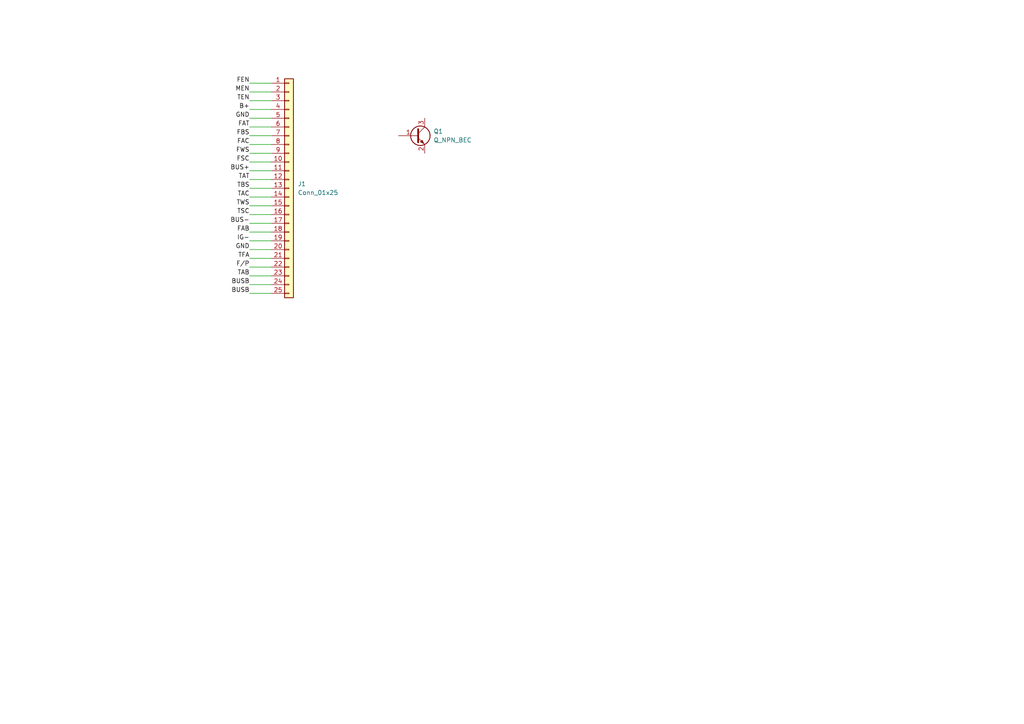
<source format=kicad_sch>
(kicad_sch (version 20231120) (generator "eeschema") (generator_version "8.0")
  (paper "A4")
  (lib_symbols
    (symbol "Connector_Generic:Conn_01x25" (pin_names (offset 1.016) hide)
      (property "Reference" "J" (at 0 33.02 0))
      (property "Value" "Conn_01x25" (at 0 -33.02 0))
      (symbol "Conn_01x25_1_1"
        (rectangle (start -1.27 -30.353) (end 0 -30.607) (stroke (width 0.1524)))
        (rectangle (start -1.27 -27.813) (end 0 -28.067) (stroke (width 0.1524)))
        (rectangle (start -1.27 -25.273) (end 0 -25.527) (stroke (width 0.1524)))
        (rectangle (start -1.27 -22.733) (end 0 -22.987) (stroke (width 0.1524)))
        (rectangle (start -1.27 -20.193) (end 0 -20.447) (stroke (width 0.1524)))
        (rectangle (start -1.27 -17.653) (end 0 -17.907) (stroke (width 0.1524)))
        (rectangle (start -1.27 -15.113) (end 0 -15.367) (stroke (width 0.1524)))
        (rectangle (start -1.27 -12.573) (end 0 -12.827) (stroke (width 0.1524)))
        (rectangle (start -1.27 -10.033) (end 0 -10.287) (stroke (width 0.1524)))
        (rectangle (start -1.27 -7.493) (end 0 -7.747) (stroke (width 0.1524)))
        (rectangle (start -1.27 -4.953) (end 0 -5.207) (stroke (width 0.1524)))
        (rectangle (start -1.27 -2.413) (end 0 -2.667) (stroke (width 0.1524)))
        (rectangle (start -1.27 0.127) (end 0 -0.127) (stroke (width 0.1524)))
        (rectangle (start -1.27 2.667) (end 0 2.413) (stroke (width 0.1524)))
        (rectangle (start -1.27 5.207) (end 0 4.953) (stroke (width 0.1524)))
        (rectangle (start -1.27 7.747) (end 0 7.493) (stroke (width 0.1524)))
        (rectangle (start -1.27 10.287) (end 0 10.033) (stroke (width 0.1524)))
        (rectangle (start -1.27 12.827) (end 0 12.573) (stroke (width 0.1524)))
        (rectangle (start -1.27 15.367) (end 0 15.113) (stroke (width 0.1524)))
        (rectangle (start -1.27 17.907) (end 0 17.653) (stroke (width 0.1524)))
        (rectangle (start -1.27 20.447) (end 0 20.193) (stroke (width 0.1524)))
        (rectangle (start -1.27 22.987) (end 0 22.733) (stroke (width 0.1524)))
        (rectangle (start -1.27 25.527) (end 0 25.273) (stroke (width 0.1524)))
        (rectangle (start -1.27 28.067) (end 0 27.813) (stroke (width 0.1524)))
        (rectangle (start -1.27 30.607) (end 0 30.353) (stroke (width 0.1524)))
        (rectangle (start -1.27 31.75) (end 1.27 -31.75) (stroke (width 0.254)) (fill (type background)))
        (pin passive line (at -5.08 30.48 0) (length 3.81) (name "Pin_1") (number "1"))
        (pin passive line (at -5.08 7.62 0) (length 3.81) (name "Pin_10") (number "10"))
        (pin passive line (at -5.08 5.08 0) (length 3.81) (name "Pin_11") (number "11"))
        (pin passive line (at -5.08 2.54 0) (length 3.81) (name "Pin_12") (number "12"))
        (pin passive line (at -5.08 0 0) (length 3.81) (name "Pin_13") (number "13"))
        (pin passive line (at -5.08 -2.54 0) (length 3.81) (name "Pin_14") (number "14"))
        (pin passive line (at -5.08 -5.08 0) (length 3.81) (name "Pin_15") (number "15"))
        (pin passive line (at -5.08 -7.62 0) (length 3.81) (name "Pin_16") (number "16"))
        (pin passive line (at -5.08 -10.16 0) (length 3.81) (name "Pin_17") (number "17"))
        (pin passive line (at -5.08 -12.7 0) (length 3.81) (name "Pin_18") (number "18"))
        (pin passive line (at -5.08 -15.24 0) (length 3.81) (name "Pin_19") (number "19"))
        (pin passive line (at -5.08 27.94 0) (length 3.81) (name "Pin_2") (number "2"))
        (pin passive line (at -5.08 -17.78 0) (length 3.81) (name "Pin_20") (number "20"))
        (pin passive line (at -5.08 -20.32 0) (length 3.81) (name "Pin_21") (number "21"))
        (pin passive line (at -5.08 -22.86 0) (length 3.81) (name "Pin_22") (number "22"))
        (pin passive line (at -5.08 -25.4 0) (length 3.81) (name "Pin_23") (number "23"))
        (pin passive line (at -5.08 -27.94 0) (length 3.81) (name "Pin_24") (number "24"))
        (pin passive line (at -5.08 -30.48 0) (length 3.81) (name "Pin_25") (number "25"))
        (pin passive line (at -5.08 25.4 0) (length 3.81) (name "Pin_3") (number "3"))
        (pin passive line (at -5.08 22.86 0) (length 3.81) (name "Pin_4") (number "4"))
        (pin passive line (at -5.08 20.32 0) (length 3.81) (name "Pin_5") (number "5"))
        (pin passive line (at -5.08 17.78 0) (length 3.81) (name "Pin_6") (number "6"))
        (pin passive line (at -5.08 15.24 0) (length 3.81) (name "Pin_7") (number "7"))
        (pin passive line (at -5.08 12.7 0) (length 3.81) (name "Pin_8") (number "8"))
        (pin passive line (at -5.08 10.16 0) (length 3.81) (name "Pin_9") (number "9"))
      )
    )
    (symbol "Device:Q_NPN_BEC" (pin_names (offset 0) hide)
      (property "Reference" "Q" (at 5.08 1.27 0))
      (property "Value" "Q_NPN_BEC" (at 5.08 -1.27 0))
      (symbol "Q_NPN_BEC_0_1"
        (polyline (pts (xy 0.635 0.635) (xy 2.54 2.54)))
        (polyline (pts (xy 0.635 -0.635) (xy 2.54 -2.54) (xy 2.54 -2.54)))
        (polyline (pts (xy 0.635 1.905) (xy 0.635 -1.905) (xy 0.635 -1.905)) (stroke (width 0.508)))
        (polyline (pts (xy 1.27 -1.778) (xy 1.778 -1.27) (xy 2.286 -2.286) (xy 1.27 -1.778) (xy 1.27 -1.778)) (fill (type outline)))
        (circle (center 1.27 0) (radius 2.8194) (stroke (width 0.254)))
      )
      (symbol "Q_NPN_BEC_1_1"
        (pin input line (at -5.08 0 0) (length 5.715) (name "B") (number "1"))
        (pin passive line (at 2.54 -5.08 90) (length 2.54) (name "E") (number "2"))
        (pin passive line (at 2.54 5.08 270) (length 2.54) (name "C") (number "3"))
      )
    )
  )
  (wire (pts (xy 72.39 77.47) (xy 78.74 77.47)))
  (wire (pts (xy 72.39 85.09) (xy 78.74 85.09)))
  (wire (pts (xy 72.39 74.93) (xy 78.74 74.93)))
  (wire (pts (xy 72.39 31.75) (xy 78.74 31.75)))
  (wire (pts (xy 72.39 64.77) (xy 78.74 64.77)))
  (wire (pts (xy 72.39 72.39) (xy 78.74 72.39)))
  (wire (pts (xy 72.39 49.53) (xy 78.74 49.53)))
  (wire (pts (xy 72.39 59.69) (xy 78.74 59.69)))
  (wire (pts (xy 72.39 46.99) (xy 78.74 46.99)))
  (wire (pts (xy 72.39 57.15) (xy 78.74 57.15)))
  (wire (pts (xy 72.39 69.85) (xy 78.74 69.85)))
  (wire (pts (xy 72.39 34.29) (xy 78.74 34.29)))
  (wire (pts (xy 72.39 52.07) (xy 78.74 52.07)))
  (wire (pts (xy 72.39 39.37) (xy 78.74 39.37)))
  (wire (pts (xy 72.39 54.61) (xy 78.74 54.61)))
  (wire (pts (xy 72.39 36.83) (xy 78.74 36.83)))
  (wire (pts (xy 72.39 26.67) (xy 78.74 26.67)))
  (wire (pts (xy 72.39 67.31) (xy 78.74 67.31)))
  (wire (pts (xy 72.39 80.01) (xy 78.74 80.01)))
  (wire (pts (xy 72.39 24.13) (xy 78.74 24.13)))
  (wire (pts (xy 72.39 62.23) (xy 78.74 62.23)))
  (wire (pts (xy 72.39 41.91) (xy 78.74 41.91)))
  (wire (pts (xy 72.39 82.55) (xy 78.74 82.55)))
  (wire (pts (xy 72.39 44.45) (xy 78.74 44.45)))
  (wire (pts (xy 72.39 29.21) (xy 78.74 29.21)))
  (label "BUS-" (at 72.39 64.77 180))
  (label "MEN" (at 72.39 26.67 180))
  (label "TEN" (at 72.39 29.21 180))
  (label "BUS+" (at 72.39 49.53 180))
  (label "TBS" (at 72.39 54.61 180))
  (label "TAC" (at 72.39 57.15 180))
  (label "BUSB" (at 72.39 82.55 180))
  (label "FAT" (at 72.39 36.83 180))
  (label "TAT" (at 72.39 52.07 180))
  (label "GND" (at 72.39 34.29 180))
  (label "FBS" (at 72.39 39.37 180))
  (label "TSC" (at 72.39 62.23 180))
  (label "FSC" (at 72.39 46.99 180))
  (label "FWS" (at 72.39 44.45 180))
  (label "TAB" (at 72.39 80.01 180))
  (label "IG-" (at 72.39 69.85 180))
  (label "TFA" (at 72.39 74.93 180))
  (label "FAB" (at 72.39 67.31 180))
  (label "FAC" (at 72.39 41.91 180))
  (label "FEN" (at 72.39 24.13 180))
  (label "F{slash}P" (at 72.39 77.47 180))
  (label "TWS" (at 72.39 59.69 180))
  (label "GND" (at 72.39 72.39 180))
  (label "BUSB" (at 72.39 85.09 180))
  (label "B+" (at 72.39 31.75 180))
  (symbol (lib_id "Connector_Generic:Conn_01x25") (at 83.82 54.61 0) (unit 1)
    (property "Reference" "J1" (at 86.36 53.3399 0) (effects (justify left)))
    (property "Value" "Conn_01x25" (at 86.36 55.8799 0) (effects (justify left)))
    (property "Description" "Generic connector, single row, 01x25, script generated (kicad-library-utils/schlib/autogen/connector/)" (effects (hide yes)))
  )
  (symbol (lib_id "Device:Q_NPN_BEC") (at 120.65 39.37 0) (unit 1)
    (property "Reference" "Q1" (at 125.73 38.0999 0) (effects (justify left)))
    (property "Value" "Q_NPN_BEC" (at 125.73 40.6399 0) (effects (justify left)))
    (property "Description" "NPN transistor, base/emitter/collector" (effects (hide yes)))
  )
)
</source>
